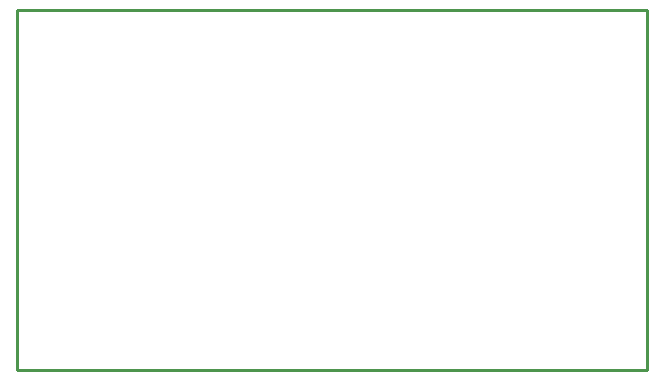
<source format=gko>
G04 Layer: BoardOutlineLayer*
G04 EasyEDA v6.5.40, 2024-08-14 22:01:03*
G04 cb6e2e9fbd21486d88ae5690d2d3dc00,10*
G04 Gerber Generator version 0.2*
G04 Scale: 100 percent, Rotated: No, Reflected: No *
G04 Dimensions in millimeters *
G04 leading zeros omitted , absolute positions ,4 integer and 5 decimal *
%FSLAX45Y45*%
%MOMM*%

%ADD10C,0.2540*%
D10*
X0Y0D02*
G01*
X0Y508000D01*
X5334000Y508000D01*
X5334000Y-2540000D01*
X0Y-2540000D01*
X0Y0D01*

%LPD*%
M02*

</source>
